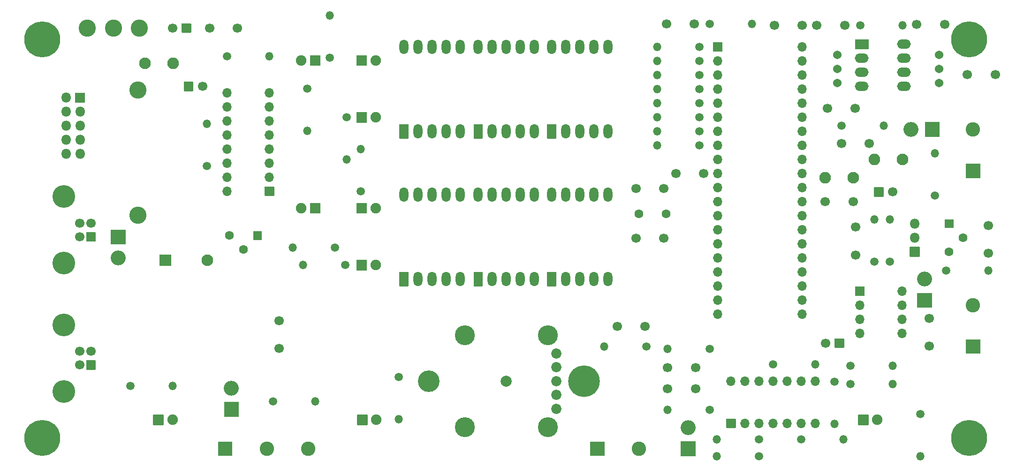
<source format=gbr>
%TF.GenerationSoftware,KiCad,Pcbnew,(5.1.9)-1*%
%TF.CreationDate,2021-03-04T22:01:39+01:00*%
%TF.ProjectId,Solaranlage,536f6c61-7261-46e6-9c61-67652e6b6963,rev?*%
%TF.SameCoordinates,Original*%
%TF.FileFunction,Soldermask,Bot*%
%TF.FilePolarity,Negative*%
%FSLAX46Y46*%
G04 Gerber Fmt 4.6, Leading zero omitted, Abs format (unit mm)*
G04 Created by KiCad (PCBNEW (5.1.9)-1) date 2021-03-04 22:01:39*
%MOMM*%
%LPD*%
G01*
G04 APERTURE LIST*
%ADD10C,1.700000*%
%ADD11C,3.900000*%
%ADD12C,1.600000*%
%ADD13C,5.700000*%
%ADD14O,1.500000X1.500000*%
%ADD15C,1.500000*%
%ADD16C,1.900000*%
%ADD17C,3.100000*%
%ADD18C,2.100000*%
%ADD19O,1.700000X1.700000*%
%ADD20O,2.700000X2.700000*%
%ADD21C,2.600000*%
%ADD22C,4.100000*%
%ADD23O,2.100000X2.100000*%
%ADD24O,1.800000X1.800000*%
%ADD25O,1.624000X2.624000*%
%ADD26C,0.900000*%
%ADD27C,6.500000*%
%ADD28C,1.540000*%
%ADD29O,2.500000X1.700000*%
%ADD30C,1.850000*%
%ADD31C,2.000000*%
%ADD32C,3.600000*%
G04 APERTURE END LIST*
D10*
%TO.C,C20*%
X218106000Y-59055000D03*
X213106000Y-59055000D03*
%TD*%
%TO.C,C15*%
X202057000Y-100631000D03*
X202057000Y-95631000D03*
%TD*%
%TO.C,C9*%
X159084000Y-113538000D03*
X164084000Y-113538000D03*
%TD*%
%TO.C,C8*%
X173148000Y-121000000D03*
X168148000Y-121000000D03*
%TD*%
%TO.C,C6*%
X173148000Y-124810000D03*
X168148000Y-124810000D03*
%TD*%
%TO.C,C5*%
X167974000Y-58928000D03*
X172974000Y-58928000D03*
%TD*%
%TO.C,C1*%
X215392000Y-112094000D03*
X215392000Y-117094000D03*
%TD*%
D11*
%TO.C,H6*%
X125008000Y-123413000D03*
%TD*%
D10*
%TO.C,C22*%
X98044000Y-117522000D03*
X98044000Y-112522000D03*
%TD*%
%TO.C,C21*%
X204517000Y-80518000D03*
X199517000Y-80518000D03*
%TD*%
%TO.C,C19*%
X201977000Y-74168000D03*
X196977000Y-74168000D03*
%TD*%
%TO.C,C17*%
X187405000Y-59182000D03*
X192405000Y-59182000D03*
%TD*%
%TO.C,C14*%
X169625000Y-85948000D03*
X174625000Y-85948000D03*
%TD*%
%TO.C,C10*%
X200072000Y-59182000D03*
X195072000Y-59182000D03*
%TD*%
%TO.C,C7*%
X90471000Y-59690000D03*
X85471000Y-59690000D03*
%TD*%
%TO.C,C4*%
X226060000Y-95330000D03*
X226060000Y-100330000D03*
%TD*%
%TO.C,C3*%
X227250000Y-68072000D03*
X222250000Y-68072000D03*
%TD*%
%TO.C,C2*%
X201596000Y-91059000D03*
X196596000Y-91059000D03*
%TD*%
%TO.C,Q1*%
G36*
G01*
X218148000Y-95746000D02*
X218148000Y-94246000D01*
G75*
G02*
X218198000Y-94196000I50000J0D01*
G01*
X219698000Y-94196000D01*
G75*
G02*
X219748000Y-94246000I0J-50000D01*
G01*
X219748000Y-95746000D01*
G75*
G02*
X219698000Y-95796000I-50000J0D01*
G01*
X218198000Y-95796000D01*
G75*
G02*
X218148000Y-95746000I0J50000D01*
G01*
G37*
D12*
X218948000Y-100076000D03*
X221488000Y-97536000D03*
%TD*%
%TO.C,Q2*%
G36*
G01*
X94907000Y-96405000D02*
X94907000Y-97905000D01*
G75*
G02*
X94857000Y-97955000I-50000J0D01*
G01*
X93357000Y-97955000D01*
G75*
G02*
X93307000Y-97905000I0J50000D01*
G01*
X93307000Y-96405000D01*
G75*
G02*
X93357000Y-96355000I50000J0D01*
G01*
X94857000Y-96355000D01*
G75*
G02*
X94907000Y-96405000I0J-50000D01*
G01*
G37*
X89027000Y-97155000D03*
X91567000Y-99695000D03*
%TD*%
D13*
%TO.C,H5*%
X153008000Y-123413000D03*
%TD*%
D14*
%TO.C,GND2*%
X96266000Y-64770000D03*
D15*
X88646000Y-64770000D03*
%TD*%
D14*
%TO.C,GND1*%
X213741000Y-137033000D03*
D15*
X213741000Y-129413000D03*
%TD*%
D14*
%TO.C,R32*%
X103124000Y-78232000D03*
D15*
X103124000Y-70612000D03*
%TD*%
D14*
%TO.C,R31*%
X100457000Y-99314000D03*
D15*
X108077000Y-99314000D03*
%TD*%
D14*
%TO.C,R28*%
X102362000Y-102489000D03*
D15*
X109982000Y-102489000D03*
%TD*%
D14*
%TO.C,R27*%
X110236000Y-83439000D03*
D15*
X110236000Y-75819000D03*
%TD*%
D14*
%TO.C,R26*%
X112776000Y-81534000D03*
D15*
X112776000Y-89154000D03*
%TD*%
D16*
%TO.C,D13*%
X101981000Y-65532000D03*
G36*
G01*
X105471000Y-64632000D02*
X105471000Y-66432000D01*
G75*
G02*
X105421000Y-66482000I-50000J0D01*
G01*
X103621000Y-66482000D01*
G75*
G02*
X103571000Y-66432000I0J50000D01*
G01*
X103571000Y-64632000D01*
G75*
G02*
X103621000Y-64582000I50000J0D01*
G01*
X105421000Y-64582000D01*
G75*
G02*
X105471000Y-64632000I0J-50000D01*
G01*
G37*
%TD*%
%TO.C,D12*%
X101981000Y-92202000D03*
G36*
G01*
X105471000Y-91302000D02*
X105471000Y-93102000D01*
G75*
G02*
X105421000Y-93152000I-50000J0D01*
G01*
X103621000Y-93152000D01*
G75*
G02*
X103571000Y-93102000I0J50000D01*
G01*
X103571000Y-91302000D01*
G75*
G02*
X103621000Y-91252000I50000J0D01*
G01*
X105421000Y-91252000D01*
G75*
G02*
X105471000Y-91302000I0J-50000D01*
G01*
G37*
%TD*%
%TO.C,D7*%
X115443000Y-102489000D03*
G36*
G01*
X111953000Y-103389000D02*
X111953000Y-101589000D01*
G75*
G02*
X112003000Y-101539000I50000J0D01*
G01*
X113803000Y-101539000D01*
G75*
G02*
X113853000Y-101589000I0J-50000D01*
G01*
X113853000Y-103389000D01*
G75*
G02*
X113803000Y-103439000I-50000J0D01*
G01*
X112003000Y-103439000D01*
G75*
G02*
X111953000Y-103389000I0J50000D01*
G01*
G37*
%TD*%
%TO.C,D6*%
X115443000Y-75819000D03*
G36*
G01*
X111953000Y-76719000D02*
X111953000Y-74919000D01*
G75*
G02*
X112003000Y-74869000I50000J0D01*
G01*
X113803000Y-74869000D01*
G75*
G02*
X113853000Y-74919000I0J-50000D01*
G01*
X113853000Y-76719000D01*
G75*
G02*
X113803000Y-76769000I-50000J0D01*
G01*
X112003000Y-76769000D01*
G75*
G02*
X111953000Y-76719000I0J50000D01*
G01*
G37*
%TD*%
%TO.C,D5*%
X115443000Y-92202000D03*
G36*
G01*
X111953000Y-93102000D02*
X111953000Y-91302000D01*
G75*
G02*
X112003000Y-91252000I50000J0D01*
G01*
X113803000Y-91252000D01*
G75*
G02*
X113853000Y-91302000I0J-50000D01*
G01*
X113853000Y-93102000D01*
G75*
G02*
X113803000Y-93152000I-50000J0D01*
G01*
X112003000Y-93152000D01*
G75*
G02*
X111953000Y-93102000I0J50000D01*
G01*
G37*
%TD*%
D10*
%TO.C,C23*%
X84161000Y-70231000D03*
G36*
G01*
X80811000Y-71031000D02*
X80811000Y-69431000D01*
G75*
G02*
X80861000Y-69381000I50000J0D01*
G01*
X82461000Y-69381000D01*
G75*
G02*
X82511000Y-69431000I0J-50000D01*
G01*
X82511000Y-71031000D01*
G75*
G02*
X82461000Y-71081000I-50000J0D01*
G01*
X80861000Y-71081000D01*
G75*
G02*
X80811000Y-71031000I0J50000D01*
G01*
G37*
%TD*%
D17*
%TO.C,F1*%
X72517000Y-70869000D03*
X72517000Y-93469000D03*
%TD*%
D14*
%TO.C,R35*%
X84963000Y-76962000D03*
D15*
X84963000Y-84582000D03*
%TD*%
D18*
%TO.C,BZ1*%
X85070000Y-101600000D03*
G36*
G01*
X76420000Y-102600000D02*
X76420000Y-100600000D01*
G75*
G02*
X76470000Y-100550000I50000J0D01*
G01*
X78470000Y-100550000D01*
G75*
G02*
X78520000Y-100600000I0J-50000D01*
G01*
X78520000Y-102600000D01*
G75*
G02*
X78470000Y-102650000I-50000J0D01*
G01*
X76470000Y-102650000D01*
G75*
G02*
X76420000Y-102600000I0J50000D01*
G01*
G37*
%TD*%
D19*
%TO.C,U11*%
X179578000Y-123444000D03*
X194818000Y-131064000D03*
X182118000Y-123444000D03*
X192278000Y-131064000D03*
X184658000Y-123444000D03*
X189738000Y-131064000D03*
X187198000Y-123444000D03*
X187198000Y-131064000D03*
X189738000Y-123444000D03*
X184658000Y-131064000D03*
X192278000Y-123444000D03*
X182118000Y-131064000D03*
X194818000Y-123444000D03*
G36*
G01*
X180378000Y-131914000D02*
X178778000Y-131914000D01*
G75*
G02*
X178728000Y-131864000I0J50000D01*
G01*
X178728000Y-130264000D01*
G75*
G02*
X178778000Y-130214000I50000J0D01*
G01*
X180378000Y-130214000D01*
G75*
G02*
X180428000Y-130264000I0J-50000D01*
G01*
X180428000Y-131864000D01*
G75*
G02*
X180378000Y-131914000I-50000J0D01*
G01*
G37*
%TD*%
D14*
%TO.C,R34*%
X177038000Y-137033000D03*
D15*
X184658000Y-137033000D03*
%TD*%
D14*
%TO.C,R33*%
X104521000Y-127127000D03*
D15*
X96901000Y-127127000D03*
%TD*%
D20*
%TO.C,D14*%
X89408000Y-124714000D03*
G36*
G01*
X90708000Y-129874000D02*
X88108000Y-129874000D01*
G75*
G02*
X88058000Y-129824000I0J50000D01*
G01*
X88058000Y-127224000D01*
G75*
G02*
X88108000Y-127174000I50000J0D01*
G01*
X90708000Y-127174000D01*
G75*
G02*
X90758000Y-127224000I0J-50000D01*
G01*
X90758000Y-129824000D01*
G75*
G02*
X90708000Y-129874000I-50000J0D01*
G01*
G37*
%TD*%
%TO.C,J7*%
G36*
G01*
X86965000Y-136886000D02*
X86965000Y-134386000D01*
G75*
G02*
X87015000Y-134336000I50000J0D01*
G01*
X89515000Y-134336000D01*
G75*
G02*
X89565000Y-134386000I0J-50000D01*
G01*
X89565000Y-136886000D01*
G75*
G02*
X89515000Y-136936000I-50000J0D01*
G01*
X87015000Y-136936000D01*
G75*
G02*
X86965000Y-136886000I0J50000D01*
G01*
G37*
D21*
X95765000Y-135636000D03*
X103265000Y-135636000D03*
%TD*%
D22*
%TO.C,J4*%
X59158000Y-125273000D03*
X59158000Y-113273000D03*
D10*
X62018000Y-120523000D03*
X62018000Y-118023000D03*
X64018000Y-118023000D03*
G36*
G01*
X63218000Y-119673000D02*
X64818000Y-119673000D01*
G75*
G02*
X64868000Y-119723000I0J-50000D01*
G01*
X64868000Y-121323000D01*
G75*
G02*
X64818000Y-121373000I-50000J0D01*
G01*
X63218000Y-121373000D01*
G75*
G02*
X63168000Y-121323000I0J50000D01*
G01*
X63168000Y-119723000D01*
G75*
G02*
X63218000Y-119673000I50000J0D01*
G01*
G37*
%TD*%
D23*
%TO.C,L3*%
X78867000Y-66040000D03*
D18*
X73787000Y-66040000D03*
%TD*%
D19*
%TO.C,U12*%
X88646000Y-89154000D03*
X96266000Y-71374000D03*
X88646000Y-86614000D03*
X96266000Y-73914000D03*
X88646000Y-84074000D03*
X96266000Y-76454000D03*
X88646000Y-81534000D03*
X96266000Y-78994000D03*
X88646000Y-78994000D03*
X96266000Y-81534000D03*
X88646000Y-76454000D03*
X96266000Y-84074000D03*
X88646000Y-73914000D03*
X96266000Y-86614000D03*
X88646000Y-71374000D03*
G36*
G01*
X97116000Y-88354000D02*
X97116000Y-89954000D01*
G75*
G02*
X97066000Y-90004000I-50000J0D01*
G01*
X95466000Y-90004000D01*
G75*
G02*
X95416000Y-89954000I0J50000D01*
G01*
X95416000Y-88354000D01*
G75*
G02*
X95466000Y-88304000I50000J0D01*
G01*
X97066000Y-88304000D01*
G75*
G02*
X97116000Y-88354000I0J-50000D01*
G01*
G37*
%TD*%
D20*
%TO.C,D11*%
X171831000Y-131826000D03*
G36*
G01*
X173131000Y-136986000D02*
X170531000Y-136986000D01*
G75*
G02*
X170481000Y-136936000I0J50000D01*
G01*
X170481000Y-134336000D01*
G75*
G02*
X170531000Y-134286000I50000J0D01*
G01*
X173131000Y-134286000D01*
G75*
G02*
X173181000Y-134336000I0J-50000D01*
G01*
X173181000Y-136936000D01*
G75*
G02*
X173131000Y-136986000I-50000J0D01*
G01*
G37*
%TD*%
%TO.C,D10*%
X68961000Y-101219000D03*
G36*
G01*
X67661000Y-96059000D02*
X70261000Y-96059000D01*
G75*
G02*
X70311000Y-96109000I0J-50000D01*
G01*
X70311000Y-98709000D01*
G75*
G02*
X70261000Y-98759000I-50000J0D01*
G01*
X67661000Y-98759000D01*
G75*
G02*
X67611000Y-98709000I0J50000D01*
G01*
X67611000Y-96109000D01*
G75*
G02*
X67661000Y-96059000I50000J0D01*
G01*
G37*
%TD*%
%TO.C,D9*%
X214503000Y-105029000D03*
G36*
G01*
X215803000Y-110189000D02*
X213203000Y-110189000D01*
G75*
G02*
X213153000Y-110139000I0J50000D01*
G01*
X213153000Y-107539000D01*
G75*
G02*
X213203000Y-107489000I50000J0D01*
G01*
X215803000Y-107489000D01*
G75*
G02*
X215853000Y-107539000I0J-50000D01*
G01*
X215853000Y-110139000D01*
G75*
G02*
X215803000Y-110189000I-50000J0D01*
G01*
G37*
%TD*%
%TO.C,D8*%
X212090000Y-77978000D03*
G36*
G01*
X217250000Y-76678000D02*
X217250000Y-79278000D01*
G75*
G02*
X217200000Y-79328000I-50000J0D01*
G01*
X214600000Y-79328000D01*
G75*
G02*
X214550000Y-79278000I0J50000D01*
G01*
X214550000Y-76678000D01*
G75*
G02*
X214600000Y-76628000I50000J0D01*
G01*
X217200000Y-76628000D01*
G75*
G02*
X217250000Y-76678000I0J-50000D01*
G01*
G37*
%TD*%
D14*
%TO.C,R21*%
X194818000Y-120396000D03*
D15*
X187198000Y-120396000D03*
%TD*%
D14*
%TO.C,R19*%
X198247000Y-131191000D03*
D15*
X198247000Y-123571000D03*
%TD*%
D14*
%TO.C,R13*%
X199898000Y-133985000D03*
D15*
X192278000Y-133985000D03*
%TD*%
D14*
%TO.C,R12*%
X177038000Y-133985000D03*
D15*
X184658000Y-133985000D03*
%TD*%
D10*
%TO.C,C18*%
X78780000Y-59690000D03*
G36*
G01*
X82130000Y-58890000D02*
X82130000Y-60490000D01*
G75*
G02*
X82080000Y-60540000I-50000J0D01*
G01*
X80480000Y-60540000D01*
G75*
G02*
X80430000Y-60490000I0J50000D01*
G01*
X80430000Y-58890000D01*
G75*
G02*
X80480000Y-58840000I50000J0D01*
G01*
X82080000Y-58840000D01*
G75*
G02*
X82130000Y-58890000I0J-50000D01*
G01*
G37*
%TD*%
%TO.C,C11*%
X208748000Y-89281000D03*
G36*
G01*
X205398000Y-90081000D02*
X205398000Y-88481000D01*
G75*
G02*
X205448000Y-88431000I50000J0D01*
G01*
X207048000Y-88431000D01*
G75*
G02*
X207098000Y-88481000I0J-50000D01*
G01*
X207098000Y-90081000D01*
G75*
G02*
X207048000Y-90131000I-50000J0D01*
G01*
X205448000Y-90131000D01*
G75*
G02*
X205398000Y-90081000I0J50000D01*
G01*
G37*
%TD*%
D23*
%TO.C,L2*%
X205486000Y-83439000D03*
D18*
X210566000Y-83439000D03*
%TD*%
D23*
%TO.C,L1*%
X196596000Y-86741000D03*
D18*
X201676000Y-86741000D03*
%TD*%
D21*
%TO.C,J1*%
X223266000Y-77971000D03*
G36*
G01*
X224516000Y-86771000D02*
X222016000Y-86771000D01*
G75*
G02*
X221966000Y-86721000I0J50000D01*
G01*
X221966000Y-84221000D01*
G75*
G02*
X222016000Y-84171000I50000J0D01*
G01*
X224516000Y-84171000D01*
G75*
G02*
X224566000Y-84221000I0J-50000D01*
G01*
X224566000Y-86721000D01*
G75*
G02*
X224516000Y-86771000I-50000J0D01*
G01*
G37*
%TD*%
%TO.C,J2*%
X223266000Y-109690000D03*
G36*
G01*
X224516000Y-118490000D02*
X222016000Y-118490000D01*
G75*
G02*
X221966000Y-118440000I0J50000D01*
G01*
X221966000Y-115940000D01*
G75*
G02*
X222016000Y-115890000I50000J0D01*
G01*
X224516000Y-115890000D01*
G75*
G02*
X224566000Y-115940000I0J-50000D01*
G01*
X224566000Y-118440000D01*
G75*
G02*
X224516000Y-118490000I-50000J0D01*
G01*
G37*
%TD*%
D24*
%TO.C,J3*%
X59538000Y-82423000D03*
X62078000Y-82423000D03*
X59538000Y-79883000D03*
X62078000Y-79883000D03*
X59538000Y-77343000D03*
X62078000Y-77343000D03*
X59538000Y-74803000D03*
X62078000Y-74803000D03*
X59538000Y-72263000D03*
G36*
G01*
X61178000Y-73113000D02*
X61178000Y-71413000D01*
G75*
G02*
X61228000Y-71363000I50000J0D01*
G01*
X62928000Y-71363000D01*
G75*
G02*
X62978000Y-71413000I0J-50000D01*
G01*
X62978000Y-73113000D01*
G75*
G02*
X62928000Y-73163000I-50000J0D01*
G01*
X61228000Y-73163000D01*
G75*
G02*
X61178000Y-73113000I0J50000D01*
G01*
G37*
%TD*%
D14*
%TO.C,R1*%
X216408000Y-82296000D03*
D15*
X216408000Y-89916000D03*
%TD*%
D14*
%TO.C,R2*%
X226060000Y-103505000D03*
D15*
X218440000Y-103505000D03*
%TD*%
D14*
%TO.C,R3*%
X166243000Y-63088000D03*
D15*
X173863000Y-63088000D03*
%TD*%
D14*
%TO.C,R4*%
X166243000Y-68168000D03*
D15*
X173863000Y-68168000D03*
%TD*%
D14*
%TO.C,R5*%
X166243000Y-73248000D03*
D15*
X173863000Y-73248000D03*
%TD*%
D14*
%TO.C,R6*%
X166243000Y-78328000D03*
D15*
X173863000Y-78328000D03*
%TD*%
D14*
%TO.C,R7*%
X166243000Y-65628000D03*
D15*
X173863000Y-65628000D03*
%TD*%
D14*
%TO.C,R8*%
X166243000Y-70708000D03*
D15*
X173863000Y-70708000D03*
%TD*%
D14*
%TO.C,R9*%
X166243000Y-75788000D03*
D15*
X173863000Y-75788000D03*
%TD*%
D14*
%TO.C,R10*%
X166243000Y-80868000D03*
D15*
X173863000Y-80868000D03*
%TD*%
D14*
%TO.C,R11*%
X183388000Y-58928000D03*
D15*
X175768000Y-58928000D03*
%TD*%
D14*
%TO.C,R14*%
X168148000Y-128620000D03*
D15*
X175768000Y-128620000D03*
%TD*%
D14*
%TO.C,R15*%
X168148000Y-117602000D03*
D15*
X175768000Y-117602000D03*
%TD*%
%TO.C,U1*%
G36*
G01*
X119711000Y-79590000D02*
X119711000Y-77066000D01*
G75*
G02*
X119761000Y-77016000I50000J0D01*
G01*
X121285000Y-77016000D01*
G75*
G02*
X121335000Y-77066000I0J-50000D01*
G01*
X121335000Y-79590000D01*
G75*
G02*
X121285000Y-79640000I-50000J0D01*
G01*
X119761000Y-79640000D01*
G75*
G02*
X119711000Y-79590000I0J50000D01*
G01*
G37*
D25*
X123063000Y-78328000D03*
X125603000Y-78328000D03*
X128143000Y-78328000D03*
X130683000Y-78328000D03*
X130683000Y-63088000D03*
X128143000Y-63088000D03*
X125603000Y-63088000D03*
X123063000Y-63088000D03*
X120523000Y-63088000D03*
%TD*%
%TO.C,U2*%
G36*
G01*
X119711000Y-106260000D02*
X119711000Y-103736000D01*
G75*
G02*
X119761000Y-103686000I50000J0D01*
G01*
X121285000Y-103686000D01*
G75*
G02*
X121335000Y-103736000I0J-50000D01*
G01*
X121335000Y-106260000D01*
G75*
G02*
X121285000Y-106310000I-50000J0D01*
G01*
X119761000Y-106310000D01*
G75*
G02*
X119711000Y-106260000I0J50000D01*
G01*
G37*
X123063000Y-104998000D03*
X125603000Y-104998000D03*
X128143000Y-104998000D03*
X130683000Y-104998000D03*
X130683000Y-89758000D03*
X128143000Y-89758000D03*
X125603000Y-89758000D03*
X123063000Y-89758000D03*
X120523000Y-89758000D03*
%TD*%
%TO.C,U3*%
G36*
G01*
X133116000Y-79590000D02*
X133116000Y-77066000D01*
G75*
G02*
X133166000Y-77016000I50000J0D01*
G01*
X134690000Y-77016000D01*
G75*
G02*
X134740000Y-77066000I0J-50000D01*
G01*
X134740000Y-79590000D01*
G75*
G02*
X134690000Y-79640000I-50000J0D01*
G01*
X133166000Y-79640000D01*
G75*
G02*
X133116000Y-79590000I0J50000D01*
G01*
G37*
X136468000Y-78328000D03*
X139008000Y-78328000D03*
X141548000Y-78328000D03*
X144088000Y-78328000D03*
X144088000Y-63088000D03*
X141548000Y-63088000D03*
X139008000Y-63088000D03*
X136468000Y-63088000D03*
X133928000Y-63088000D03*
%TD*%
%TO.C,U4*%
G36*
G01*
X133116000Y-106260000D02*
X133116000Y-103736000D01*
G75*
G02*
X133166000Y-103686000I50000J0D01*
G01*
X134690000Y-103686000D01*
G75*
G02*
X134740000Y-103736000I0J-50000D01*
G01*
X134740000Y-106260000D01*
G75*
G02*
X134690000Y-106310000I-50000J0D01*
G01*
X133166000Y-106310000D01*
G75*
G02*
X133116000Y-106260000I0J50000D01*
G01*
G37*
X136468000Y-104998000D03*
X139008000Y-104998000D03*
X141548000Y-104998000D03*
X144088000Y-104998000D03*
X144088000Y-89758000D03*
X141548000Y-89758000D03*
X139008000Y-89758000D03*
X136468000Y-89758000D03*
X133928000Y-89758000D03*
%TD*%
%TO.C,U5*%
G36*
G01*
X146381000Y-79590000D02*
X146381000Y-77066000D01*
G75*
G02*
X146431000Y-77016000I50000J0D01*
G01*
X147955000Y-77016000D01*
G75*
G02*
X148005000Y-77066000I0J-50000D01*
G01*
X148005000Y-79590000D01*
G75*
G02*
X147955000Y-79640000I-50000J0D01*
G01*
X146431000Y-79640000D01*
G75*
G02*
X146381000Y-79590000I0J50000D01*
G01*
G37*
X149733000Y-78328000D03*
X152273000Y-78328000D03*
X154813000Y-78328000D03*
X157353000Y-78328000D03*
X157353000Y-63088000D03*
X154813000Y-63088000D03*
X152273000Y-63088000D03*
X149733000Y-63088000D03*
X147193000Y-63088000D03*
%TD*%
%TO.C,U6*%
G36*
G01*
X146381000Y-106260000D02*
X146381000Y-103736000D01*
G75*
G02*
X146431000Y-103686000I50000J0D01*
G01*
X147955000Y-103686000D01*
G75*
G02*
X148005000Y-103736000I0J-50000D01*
G01*
X148005000Y-106260000D01*
G75*
G02*
X147955000Y-106310000I-50000J0D01*
G01*
X146431000Y-106310000D01*
G75*
G02*
X146381000Y-106260000I0J50000D01*
G01*
G37*
X149733000Y-104998000D03*
X152273000Y-104998000D03*
X154813000Y-104998000D03*
X157353000Y-104998000D03*
X157353000Y-89758000D03*
X154813000Y-89758000D03*
X152273000Y-89758000D03*
X149733000Y-89758000D03*
X147193000Y-89758000D03*
%TD*%
D26*
%TO.C,H1*%
X56975056Y-132010944D03*
X55278000Y-131308000D03*
X53580944Y-132010944D03*
X52878000Y-133708000D03*
X53580944Y-135405056D03*
X55278000Y-136108000D03*
X56975056Y-135405056D03*
X57678000Y-133708000D03*
D27*
X55278000Y-133708000D03*
%TD*%
D26*
%TO.C,H2*%
X224285056Y-60010944D03*
X222588000Y-59308000D03*
X220890944Y-60010944D03*
X220188000Y-61708000D03*
X220890944Y-63405056D03*
X222588000Y-64108000D03*
X224285056Y-63405056D03*
X224988000Y-61708000D03*
D27*
X222588000Y-61708000D03*
%TD*%
D26*
%TO.C,H3*%
X56975056Y-60010944D03*
X55278000Y-59308000D03*
X53580944Y-60010944D03*
X52878000Y-61708000D03*
X53580944Y-63405056D03*
X55278000Y-64108000D03*
X56975056Y-63405056D03*
X57678000Y-61708000D03*
D27*
X55278000Y-61708000D03*
%TD*%
D26*
%TO.C,H4*%
X224285056Y-132010944D03*
X222588000Y-131308000D03*
X220890944Y-132010944D03*
X220188000Y-133708000D03*
X220890944Y-135405056D03*
X222588000Y-136108000D03*
X224285056Y-135405056D03*
X224988000Y-133708000D03*
D27*
X222588000Y-133708000D03*
%TD*%
D14*
%TO.C,R16*%
X156718000Y-117190000D03*
D15*
X164338000Y-117190000D03*
%TD*%
D21*
%TO.C,J6*%
X162948000Y-135636000D03*
G36*
G01*
X154148000Y-136886000D02*
X154148000Y-134386000D01*
G75*
G02*
X154198000Y-134336000I50000J0D01*
G01*
X156698000Y-134336000D01*
G75*
G02*
X156748000Y-134386000I0J-50000D01*
G01*
X156748000Y-136886000D01*
G75*
G02*
X156698000Y-136936000I-50000J0D01*
G01*
X154198000Y-136936000D01*
G75*
G02*
X154148000Y-136886000I0J50000D01*
G01*
G37*
%TD*%
D16*
%TO.C,D2*%
X115570000Y-130429000D03*
G36*
G01*
X112080000Y-131329000D02*
X112080000Y-129529000D01*
G75*
G02*
X112130000Y-129479000I50000J0D01*
G01*
X113930000Y-129479000D01*
G75*
G02*
X113980000Y-129529000I0J-50000D01*
G01*
X113980000Y-131329000D01*
G75*
G02*
X113930000Y-131379000I-50000J0D01*
G01*
X112130000Y-131379000D01*
G75*
G02*
X112080000Y-131329000I0J50000D01*
G01*
G37*
%TD*%
D14*
%TO.C,R18*%
X119634000Y-130302000D03*
D15*
X119634000Y-122682000D03*
%TD*%
D16*
%TO.C,D1*%
X78750000Y-130429000D03*
G36*
G01*
X75260000Y-131329000D02*
X75260000Y-129529000D01*
G75*
G02*
X75310000Y-129479000I50000J0D01*
G01*
X77110000Y-129479000D01*
G75*
G02*
X77160000Y-129529000I0J-50000D01*
G01*
X77160000Y-131329000D01*
G75*
G02*
X77110000Y-131379000I-50000J0D01*
G01*
X75310000Y-131379000D01*
G75*
G02*
X75260000Y-131329000I0J50000D01*
G01*
G37*
%TD*%
D14*
%TO.C,R17*%
X78750000Y-124333000D03*
D15*
X71130000Y-124333000D03*
%TD*%
D22*
%TO.C,J5*%
X59158000Y-102128000D03*
X59158000Y-90128000D03*
D10*
X62018000Y-97378000D03*
X62018000Y-94878000D03*
X64018000Y-94878000D03*
G36*
G01*
X63218000Y-96528000D02*
X64818000Y-96528000D01*
G75*
G02*
X64868000Y-96578000I0J-50000D01*
G01*
X64868000Y-98178000D01*
G75*
G02*
X64818000Y-98228000I-50000J0D01*
G01*
X63218000Y-98228000D01*
G75*
G02*
X63168000Y-98178000I0J50000D01*
G01*
X63168000Y-96578000D01*
G75*
G02*
X63218000Y-96528000I50000J0D01*
G01*
G37*
%TD*%
D16*
%TO.C,D3*%
X205994000Y-130429000D03*
G36*
G01*
X202504000Y-131329000D02*
X202504000Y-129529000D01*
G75*
G02*
X202554000Y-129479000I50000J0D01*
G01*
X204354000Y-129479000D01*
G75*
G02*
X204404000Y-129529000I0J-50000D01*
G01*
X204404000Y-131329000D01*
G75*
G02*
X204354000Y-131379000I-50000J0D01*
G01*
X202554000Y-131379000D01*
G75*
G02*
X202504000Y-131329000I0J50000D01*
G01*
G37*
%TD*%
D14*
%TO.C,R20*%
X208788000Y-123952000D03*
D15*
X201168000Y-123952000D03*
%TD*%
D10*
%TO.C,C12*%
X167433000Y-88646000D03*
X162433000Y-88646000D03*
%TD*%
%TO.C,C13*%
X162433000Y-97663000D03*
X167433000Y-97663000D03*
%TD*%
D12*
%TO.C,Y1*%
X167841000Y-93218000D03*
X162941000Y-93218000D03*
%TD*%
D14*
%TO.C,R22*%
X205486000Y-94214000D03*
D15*
X205486000Y-101834000D03*
%TD*%
D14*
%TO.C,R23*%
X208280000Y-94214000D03*
D15*
X208280000Y-101834000D03*
%TD*%
D10*
%TO.C,C16*%
X196636000Y-116586000D03*
G36*
G01*
X199986000Y-115786000D02*
X199986000Y-117386000D01*
G75*
G02*
X199936000Y-117436000I-50000J0D01*
G01*
X198336000Y-117436000D01*
G75*
G02*
X198286000Y-117386000I0J50000D01*
G01*
X198286000Y-115786000D01*
G75*
G02*
X198336000Y-115736000I50000J0D01*
G01*
X199936000Y-115736000D01*
G75*
G02*
X199986000Y-115786000I0J-50000D01*
G01*
G37*
%TD*%
D14*
%TO.C,R24*%
X208788000Y-120650000D03*
D15*
X201168000Y-120650000D03*
%TD*%
D19*
%TO.C,U10*%
X210439000Y-107188000D03*
X202819000Y-114808000D03*
X210439000Y-109728000D03*
X202819000Y-112268000D03*
X210439000Y-112268000D03*
X202819000Y-109728000D03*
X210439000Y-114808000D03*
G36*
G01*
X201969000Y-107988000D02*
X201969000Y-106388000D01*
G75*
G02*
X202019000Y-106338000I50000J0D01*
G01*
X203619000Y-106338000D01*
G75*
G02*
X203669000Y-106388000I0J-50000D01*
G01*
X203669000Y-107988000D01*
G75*
G02*
X203619000Y-108038000I-50000J0D01*
G01*
X202019000Y-108038000D01*
G75*
G02*
X201969000Y-107988000I0J50000D01*
G01*
G37*
%TD*%
%TO.C,U7*%
G36*
G01*
X176315000Y-63893600D02*
X176315000Y-62293600D01*
G75*
G02*
X176365000Y-62243600I50000J0D01*
G01*
X177965000Y-62243600D01*
G75*
G02*
X178015000Y-62293600I0J-50000D01*
G01*
X178015000Y-63893600D01*
G75*
G02*
X177965000Y-63943600I-50000J0D01*
G01*
X176365000Y-63943600D01*
G75*
G02*
X176315000Y-63893600I0J50000D01*
G01*
G37*
X192405000Y-111353600D03*
X177165000Y-65633600D03*
X192405000Y-108813600D03*
X177165000Y-68173600D03*
X192405000Y-106273600D03*
X177165000Y-70713600D03*
X192405000Y-103733600D03*
X177165000Y-73253600D03*
X192405000Y-101193600D03*
X177165000Y-75793600D03*
X192405000Y-98653600D03*
X177165000Y-78333600D03*
X192405000Y-96113600D03*
X177165000Y-80873600D03*
X192405000Y-93573600D03*
X177165000Y-83413600D03*
X192405000Y-91033600D03*
X177165000Y-85953600D03*
X192405000Y-88493600D03*
X177165000Y-88493600D03*
X192405000Y-85953600D03*
X177165000Y-91033600D03*
X192405000Y-83413600D03*
X177165000Y-93573600D03*
X192405000Y-80873600D03*
X177165000Y-96113600D03*
X192405000Y-78333600D03*
X177165000Y-98653600D03*
X192405000Y-75793600D03*
X177165000Y-101193600D03*
X192405000Y-73253600D03*
X177165000Y-103733600D03*
X192405000Y-70713600D03*
X177165000Y-106273600D03*
X192405000Y-68173600D03*
X177165000Y-108813600D03*
X192405000Y-65633600D03*
X177165000Y-111353600D03*
X192405000Y-63093600D03*
%TD*%
D28*
%TO.C,RV1*%
X198755000Y-69596000D03*
X198755000Y-67056000D03*
X198755000Y-64516000D03*
%TD*%
%TO.C,RV2*%
X217170000Y-69596000D03*
X217170000Y-67056000D03*
X217170000Y-64516000D03*
%TD*%
D29*
%TO.C,U9*%
X210820000Y-62611000D03*
X203200000Y-70231000D03*
X210820000Y-65151000D03*
X203200000Y-67691000D03*
X210820000Y-67691000D03*
X203200000Y-65151000D03*
X210820000Y-70231000D03*
G36*
G01*
X201950000Y-63411000D02*
X201950000Y-61811000D01*
G75*
G02*
X202000000Y-61761000I50000J0D01*
G01*
X204400000Y-61761000D01*
G75*
G02*
X204450000Y-61811000I0J-50000D01*
G01*
X204450000Y-63411000D01*
G75*
G02*
X204400000Y-63461000I-50000J0D01*
G01*
X202000000Y-63461000D01*
G75*
G02*
X201950000Y-63411000I0J50000D01*
G01*
G37*
%TD*%
%TO.C,JP1*%
G36*
G01*
X211825000Y-100926000D02*
X211825000Y-99226000D01*
G75*
G02*
X211875000Y-99176000I50000J0D01*
G01*
X213575000Y-99176000D01*
G75*
G02*
X213625000Y-99226000I0J-50000D01*
G01*
X213625000Y-100926000D01*
G75*
G02*
X213575000Y-100976000I-50000J0D01*
G01*
X211875000Y-100976000D01*
G75*
G02*
X211825000Y-100926000I0J50000D01*
G01*
G37*
D24*
X212725000Y-97536000D03*
X212725000Y-94996000D03*
%TD*%
D16*
%TO.C,D4*%
X115443000Y-65532000D03*
G36*
G01*
X111953000Y-66432000D02*
X111953000Y-64632000D01*
G75*
G02*
X112003000Y-64582000I50000J0D01*
G01*
X113803000Y-64582000D01*
G75*
G02*
X113853000Y-64632000I0J-50000D01*
G01*
X113853000Y-66432000D01*
G75*
G02*
X113803000Y-66482000I-50000J0D01*
G01*
X112003000Y-66482000D01*
G75*
G02*
X111953000Y-66432000I0J50000D01*
G01*
G37*
%TD*%
D14*
%TO.C,R25*%
X107188000Y-57404000D03*
D15*
X107188000Y-65024000D03*
%TD*%
D14*
%TO.C,R29*%
X210566000Y-59182000D03*
D15*
X202946000Y-59182000D03*
%TD*%
D14*
%TO.C,R30*%
X207137000Y-77343000D03*
D15*
X199517000Y-77343000D03*
%TD*%
D17*
%TO.C,SW2*%
X63382000Y-59690000D03*
X68082000Y-59690000D03*
X72782000Y-59690000D03*
%TD*%
D30*
%TO.C,SW1*%
X148008000Y-118413000D03*
X148008000Y-120913000D03*
X148008000Y-123413000D03*
X148008000Y-128413000D03*
X148008000Y-125913000D03*
D31*
X139008000Y-123413000D03*
D32*
X131508000Y-131713000D03*
X131508000Y-115113000D03*
X146508000Y-131713000D03*
X146508000Y-115113000D03*
%TD*%
M02*

</source>
